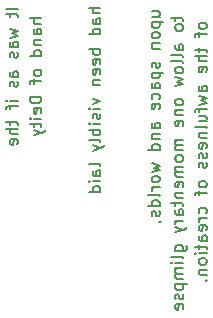
<source format=gbr>
%TF.GenerationSoftware,KiCad,Pcbnew,(5.1.6)-1*%
%TF.CreationDate,2020-09-13T20:14:07-05:00*%
%TF.ProjectId,CircuitBoard,43697263-7569-4744-926f-6172642e6b69,rev?*%
%TF.SameCoordinates,Original*%
%TF.FileFunction,Legend,Bot*%
%TF.FilePolarity,Positive*%
%FSLAX46Y46*%
G04 Gerber Fmt 4.6, Leading zero omitted, Abs format (unit mm)*
G04 Created by KiCad (PCBNEW (5.1.6)-1) date 2020-09-13 20:14:07*
%MOMM*%
%LPD*%
G01*
G04 APERTURE LIST*
%ADD10C,0.150000*%
G04 APERTURE END LIST*
D10*
X218452380Y-91261904D02*
X218404761Y-91166666D01*
X218357142Y-91119047D01*
X218261904Y-91071428D01*
X217976190Y-91071428D01*
X217880952Y-91119047D01*
X217833333Y-91166666D01*
X217785714Y-91261904D01*
X217785714Y-91404761D01*
X217833333Y-91500000D01*
X217880952Y-91547619D01*
X217976190Y-91595238D01*
X218261904Y-91595238D01*
X218357142Y-91547619D01*
X218404761Y-91500000D01*
X218452380Y-91404761D01*
X218452380Y-91261904D01*
X217785714Y-91880952D02*
X217785714Y-92261904D01*
X218452380Y-92023809D02*
X217595238Y-92023809D01*
X217500000Y-92071428D01*
X217452380Y-92166666D01*
X217452380Y-92261904D01*
X217785714Y-93214285D02*
X217785714Y-93595238D01*
X217452380Y-93357142D02*
X218309523Y-93357142D01*
X218404761Y-93404761D01*
X218452380Y-93500000D01*
X218452380Y-93595238D01*
X218452380Y-93928571D02*
X217452380Y-93928571D01*
X218452380Y-94357142D02*
X217928571Y-94357142D01*
X217833333Y-94309523D01*
X217785714Y-94214285D01*
X217785714Y-94071428D01*
X217833333Y-93976190D01*
X217880952Y-93928571D01*
X218404761Y-95214285D02*
X218452380Y-95119047D01*
X218452380Y-94928571D01*
X218404761Y-94833333D01*
X218309523Y-94785714D01*
X217928571Y-94785714D01*
X217833333Y-94833333D01*
X217785714Y-94928571D01*
X217785714Y-95119047D01*
X217833333Y-95214285D01*
X217928571Y-95261904D01*
X218023809Y-95261904D01*
X218119047Y-94785714D01*
X218452380Y-96880952D02*
X217928571Y-96880952D01*
X217833333Y-96833333D01*
X217785714Y-96738095D01*
X217785714Y-96547619D01*
X217833333Y-96452380D01*
X218404761Y-96880952D02*
X218452380Y-96785714D01*
X218452380Y-96547619D01*
X218404761Y-96452380D01*
X218309523Y-96404761D01*
X218214285Y-96404761D01*
X218119047Y-96452380D01*
X218071428Y-96547619D01*
X218071428Y-96785714D01*
X218023809Y-96880952D01*
X217785714Y-97261904D02*
X218452380Y-97452380D01*
X217976190Y-97642857D01*
X218452380Y-97833333D01*
X217785714Y-98023809D01*
X217785714Y-98261904D02*
X217785714Y-98642857D01*
X218452380Y-98404761D02*
X217595238Y-98404761D01*
X217500000Y-98452380D01*
X217452380Y-98547619D01*
X217452380Y-98642857D01*
X217785714Y-99404761D02*
X218452380Y-99404761D01*
X217785714Y-98976190D02*
X218309523Y-98976190D01*
X218404761Y-99023809D01*
X218452380Y-99119047D01*
X218452380Y-99261904D01*
X218404761Y-99357142D01*
X218357142Y-99404761D01*
X218452380Y-100023809D02*
X218404761Y-99928571D01*
X218309523Y-99880952D01*
X217452380Y-99880952D01*
X217785714Y-100404761D02*
X218452380Y-100404761D01*
X217880952Y-100404761D02*
X217833333Y-100452380D01*
X217785714Y-100547619D01*
X217785714Y-100690476D01*
X217833333Y-100785714D01*
X217928571Y-100833333D01*
X218452380Y-100833333D01*
X218404761Y-101690476D02*
X218452380Y-101595238D01*
X218452380Y-101404761D01*
X218404761Y-101309523D01*
X218309523Y-101261904D01*
X217928571Y-101261904D01*
X217833333Y-101309523D01*
X217785714Y-101404761D01*
X217785714Y-101595238D01*
X217833333Y-101690476D01*
X217928571Y-101738095D01*
X218023809Y-101738095D01*
X218119047Y-101261904D01*
X218404761Y-102119047D02*
X218452380Y-102214285D01*
X218452380Y-102404761D01*
X218404761Y-102499999D01*
X218309523Y-102547619D01*
X218261904Y-102547619D01*
X218166666Y-102499999D01*
X218119047Y-102404761D01*
X218119047Y-102261904D01*
X218071428Y-102166666D01*
X217976190Y-102119047D01*
X217928571Y-102119047D01*
X217833333Y-102166666D01*
X217785714Y-102261904D01*
X217785714Y-102404761D01*
X217833333Y-102499999D01*
X218404761Y-102928571D02*
X218452380Y-103023809D01*
X218452380Y-103214285D01*
X218404761Y-103309523D01*
X218309523Y-103357142D01*
X218261904Y-103357142D01*
X218166666Y-103309523D01*
X218119047Y-103214285D01*
X218119047Y-103071428D01*
X218071428Y-102976190D01*
X217976190Y-102928571D01*
X217928571Y-102928571D01*
X217833333Y-102976190D01*
X217785714Y-103071428D01*
X217785714Y-103214285D01*
X217833333Y-103309523D01*
X218452380Y-104690476D02*
X218404761Y-104595238D01*
X218357142Y-104547619D01*
X218261904Y-104499999D01*
X217976190Y-104499999D01*
X217880952Y-104547619D01*
X217833333Y-104595238D01*
X217785714Y-104690476D01*
X217785714Y-104833333D01*
X217833333Y-104928571D01*
X217880952Y-104976190D01*
X217976190Y-105023809D01*
X218261904Y-105023809D01*
X218357142Y-104976190D01*
X218404761Y-104928571D01*
X218452380Y-104833333D01*
X218452380Y-104690476D01*
X217785714Y-105309523D02*
X217785714Y-105690476D01*
X218452380Y-105452380D02*
X217595238Y-105452380D01*
X217500000Y-105499999D01*
X217452380Y-105595238D01*
X217452380Y-105690476D01*
X218404761Y-107214285D02*
X218452380Y-107119047D01*
X218452380Y-106928571D01*
X218404761Y-106833333D01*
X218357142Y-106785714D01*
X218261904Y-106738095D01*
X217976190Y-106738095D01*
X217880952Y-106785714D01*
X217833333Y-106833333D01*
X217785714Y-106928571D01*
X217785714Y-107119047D01*
X217833333Y-107214285D01*
X218452380Y-107642857D02*
X217785714Y-107642857D01*
X217976190Y-107642857D02*
X217880952Y-107690476D01*
X217833333Y-107738095D01*
X217785714Y-107833333D01*
X217785714Y-107928571D01*
X218404761Y-108642857D02*
X218452380Y-108547619D01*
X218452380Y-108357142D01*
X218404761Y-108261904D01*
X218309523Y-108214285D01*
X217928571Y-108214285D01*
X217833333Y-108261904D01*
X217785714Y-108357142D01*
X217785714Y-108547619D01*
X217833333Y-108642857D01*
X217928571Y-108690476D01*
X218023809Y-108690476D01*
X218119047Y-108214285D01*
X218452380Y-109547619D02*
X217928571Y-109547619D01*
X217833333Y-109499999D01*
X217785714Y-109404761D01*
X217785714Y-109214285D01*
X217833333Y-109119047D01*
X218404761Y-109547619D02*
X218452380Y-109452380D01*
X218452380Y-109214285D01*
X218404761Y-109119047D01*
X218309523Y-109071428D01*
X218214285Y-109071428D01*
X218119047Y-109119047D01*
X218071428Y-109214285D01*
X218071428Y-109452380D01*
X218023809Y-109547619D01*
X217785714Y-109880952D02*
X217785714Y-110261904D01*
X217452380Y-110023809D02*
X218309523Y-110023809D01*
X218404761Y-110071428D01*
X218452380Y-110166666D01*
X218452380Y-110261904D01*
X218452380Y-110595238D02*
X217785714Y-110595238D01*
X217452380Y-110595238D02*
X217500000Y-110547619D01*
X217547619Y-110595238D01*
X217500000Y-110642857D01*
X217452380Y-110595238D01*
X217547619Y-110595238D01*
X218452380Y-111214285D02*
X218404761Y-111119047D01*
X218357142Y-111071428D01*
X218261904Y-111023809D01*
X217976190Y-111023809D01*
X217880952Y-111071428D01*
X217833333Y-111119047D01*
X217785714Y-111214285D01*
X217785714Y-111357142D01*
X217833333Y-111452380D01*
X217880952Y-111499999D01*
X217976190Y-111547619D01*
X218261904Y-111547619D01*
X218357142Y-111499999D01*
X218404761Y-111452380D01*
X218452380Y-111357142D01*
X218452380Y-111214285D01*
X217785714Y-111976190D02*
X218452380Y-111976190D01*
X217880952Y-111976190D02*
X217833333Y-112023809D01*
X217785714Y-112119047D01*
X217785714Y-112261904D01*
X217833333Y-112357142D01*
X217928571Y-112404761D01*
X218452380Y-112404761D01*
X218357142Y-112880952D02*
X218404761Y-112928571D01*
X218452380Y-112880952D01*
X218404761Y-112833333D01*
X218357142Y-112880952D01*
X218452380Y-112880952D01*
X215785714Y-90547619D02*
X215785714Y-90928571D01*
X215452380Y-90690476D02*
X216309523Y-90690476D01*
X216404761Y-90738095D01*
X216452380Y-90833333D01*
X216452380Y-90928571D01*
X216452380Y-91404761D02*
X216404761Y-91309523D01*
X216357142Y-91261904D01*
X216261904Y-91214285D01*
X215976190Y-91214285D01*
X215880952Y-91261904D01*
X215833333Y-91309523D01*
X215785714Y-91404761D01*
X215785714Y-91547619D01*
X215833333Y-91642857D01*
X215880952Y-91690476D01*
X215976190Y-91738095D01*
X216261904Y-91738095D01*
X216357142Y-91690476D01*
X216404761Y-91642857D01*
X216452380Y-91547619D01*
X216452380Y-91404761D01*
X216452380Y-93357142D02*
X215928571Y-93357142D01*
X215833333Y-93309523D01*
X215785714Y-93214285D01*
X215785714Y-93023809D01*
X215833333Y-92928571D01*
X216404761Y-93357142D02*
X216452380Y-93261904D01*
X216452380Y-93023809D01*
X216404761Y-92928571D01*
X216309523Y-92880952D01*
X216214285Y-92880952D01*
X216119047Y-92928571D01*
X216071428Y-93023809D01*
X216071428Y-93261904D01*
X216023809Y-93357142D01*
X216452380Y-93976190D02*
X216404761Y-93880952D01*
X216309523Y-93833333D01*
X215452380Y-93833333D01*
X216452380Y-94500000D02*
X216404761Y-94404761D01*
X216309523Y-94357142D01*
X215452380Y-94357142D01*
X216452380Y-95023809D02*
X216404761Y-94928571D01*
X216357142Y-94880952D01*
X216261904Y-94833333D01*
X215976190Y-94833333D01*
X215880952Y-94880952D01*
X215833333Y-94928571D01*
X215785714Y-95023809D01*
X215785714Y-95166666D01*
X215833333Y-95261904D01*
X215880952Y-95309523D01*
X215976190Y-95357142D01*
X216261904Y-95357142D01*
X216357142Y-95309523D01*
X216404761Y-95261904D01*
X216452380Y-95166666D01*
X216452380Y-95023809D01*
X215785714Y-95690476D02*
X216452380Y-95880952D01*
X215976190Y-96071428D01*
X216452380Y-96261904D01*
X215785714Y-96452380D01*
X216452380Y-97738095D02*
X216404761Y-97642857D01*
X216357142Y-97595238D01*
X216261904Y-97547619D01*
X215976190Y-97547619D01*
X215880952Y-97595238D01*
X215833333Y-97642857D01*
X215785714Y-97738095D01*
X215785714Y-97880952D01*
X215833333Y-97976190D01*
X215880952Y-98023809D01*
X215976190Y-98071428D01*
X216261904Y-98071428D01*
X216357142Y-98023809D01*
X216404761Y-97976190D01*
X216452380Y-97880952D01*
X216452380Y-97738095D01*
X215785714Y-98499999D02*
X216452380Y-98499999D01*
X215880952Y-98499999D02*
X215833333Y-98547619D01*
X215785714Y-98642857D01*
X215785714Y-98785714D01*
X215833333Y-98880952D01*
X215928571Y-98928571D01*
X216452380Y-98928571D01*
X216404761Y-99785714D02*
X216452380Y-99690476D01*
X216452380Y-99499999D01*
X216404761Y-99404761D01*
X216309523Y-99357142D01*
X215928571Y-99357142D01*
X215833333Y-99404761D01*
X215785714Y-99499999D01*
X215785714Y-99690476D01*
X215833333Y-99785714D01*
X215928571Y-99833333D01*
X216023809Y-99833333D01*
X216119047Y-99357142D01*
X216452380Y-101023809D02*
X215785714Y-101023809D01*
X215880952Y-101023809D02*
X215833333Y-101071428D01*
X215785714Y-101166666D01*
X215785714Y-101309523D01*
X215833333Y-101404761D01*
X215928571Y-101452380D01*
X216452380Y-101452380D01*
X215928571Y-101452380D02*
X215833333Y-101499999D01*
X215785714Y-101595238D01*
X215785714Y-101738095D01*
X215833333Y-101833333D01*
X215928571Y-101880952D01*
X216452380Y-101880952D01*
X216452380Y-102499999D02*
X216404761Y-102404761D01*
X216357142Y-102357142D01*
X216261904Y-102309523D01*
X215976190Y-102309523D01*
X215880952Y-102357142D01*
X215833333Y-102404761D01*
X215785714Y-102499999D01*
X215785714Y-102642857D01*
X215833333Y-102738095D01*
X215880952Y-102785714D01*
X215976190Y-102833333D01*
X216261904Y-102833333D01*
X216357142Y-102785714D01*
X216404761Y-102738095D01*
X216452380Y-102642857D01*
X216452380Y-102499999D01*
X216452380Y-103261904D02*
X215785714Y-103261904D01*
X215880952Y-103261904D02*
X215833333Y-103309523D01*
X215785714Y-103404761D01*
X215785714Y-103547619D01*
X215833333Y-103642857D01*
X215928571Y-103690476D01*
X216452380Y-103690476D01*
X215928571Y-103690476D02*
X215833333Y-103738095D01*
X215785714Y-103833333D01*
X215785714Y-103976190D01*
X215833333Y-104071428D01*
X215928571Y-104119047D01*
X216452380Y-104119047D01*
X216404761Y-104976190D02*
X216452380Y-104880952D01*
X216452380Y-104690476D01*
X216404761Y-104595238D01*
X216309523Y-104547619D01*
X215928571Y-104547619D01*
X215833333Y-104595238D01*
X215785714Y-104690476D01*
X215785714Y-104880952D01*
X215833333Y-104976190D01*
X215928571Y-105023809D01*
X216023809Y-105023809D01*
X216119047Y-104547619D01*
X215785714Y-105452380D02*
X216452380Y-105452380D01*
X215880952Y-105452380D02*
X215833333Y-105499999D01*
X215785714Y-105595238D01*
X215785714Y-105738095D01*
X215833333Y-105833333D01*
X215928571Y-105880952D01*
X216452380Y-105880952D01*
X215785714Y-106214285D02*
X215785714Y-106595238D01*
X215452380Y-106357142D02*
X216309523Y-106357142D01*
X216404761Y-106404761D01*
X216452380Y-106499999D01*
X216452380Y-106595238D01*
X216452380Y-107357142D02*
X215928571Y-107357142D01*
X215833333Y-107309523D01*
X215785714Y-107214285D01*
X215785714Y-107023809D01*
X215833333Y-106928571D01*
X216404761Y-107357142D02*
X216452380Y-107261904D01*
X216452380Y-107023809D01*
X216404761Y-106928571D01*
X216309523Y-106880952D01*
X216214285Y-106880952D01*
X216119047Y-106928571D01*
X216071428Y-107023809D01*
X216071428Y-107261904D01*
X216023809Y-107357142D01*
X216452380Y-107833333D02*
X215785714Y-107833333D01*
X215976190Y-107833333D02*
X215880952Y-107880952D01*
X215833333Y-107928571D01*
X215785714Y-108023809D01*
X215785714Y-108119047D01*
X215785714Y-108357142D02*
X216452380Y-108595238D01*
X215785714Y-108833333D02*
X216452380Y-108595238D01*
X216690476Y-108499999D01*
X216738095Y-108452380D01*
X216785714Y-108357142D01*
X215785714Y-110404761D02*
X216595238Y-110404761D01*
X216690476Y-110357142D01*
X216738095Y-110309523D01*
X216785714Y-110214285D01*
X216785714Y-110071428D01*
X216738095Y-109976190D01*
X216404761Y-110404761D02*
X216452380Y-110309523D01*
X216452380Y-110119047D01*
X216404761Y-110023809D01*
X216357142Y-109976190D01*
X216261904Y-109928571D01*
X215976190Y-109928571D01*
X215880952Y-109976190D01*
X215833333Y-110023809D01*
X215785714Y-110119047D01*
X215785714Y-110309523D01*
X215833333Y-110404761D01*
X216452380Y-111023809D02*
X216404761Y-110928571D01*
X216309523Y-110880952D01*
X215452380Y-110880952D01*
X216452380Y-111404761D02*
X215785714Y-111404761D01*
X215452380Y-111404761D02*
X215500000Y-111357142D01*
X215547619Y-111404761D01*
X215500000Y-111452380D01*
X215452380Y-111404761D01*
X215547619Y-111404761D01*
X216452380Y-111880952D02*
X215785714Y-111880952D01*
X215880952Y-111880952D02*
X215833333Y-111928571D01*
X215785714Y-112023809D01*
X215785714Y-112166666D01*
X215833333Y-112261904D01*
X215928571Y-112309523D01*
X216452380Y-112309523D01*
X215928571Y-112309523D02*
X215833333Y-112357142D01*
X215785714Y-112452380D01*
X215785714Y-112595238D01*
X215833333Y-112690476D01*
X215928571Y-112738095D01*
X216452380Y-112738095D01*
X215785714Y-113214285D02*
X216785714Y-113214285D01*
X215833333Y-113214285D02*
X215785714Y-113309523D01*
X215785714Y-113499999D01*
X215833333Y-113595238D01*
X215880952Y-113642857D01*
X215976190Y-113690476D01*
X216261904Y-113690476D01*
X216357142Y-113642857D01*
X216404761Y-113595238D01*
X216452380Y-113499999D01*
X216452380Y-113309523D01*
X216404761Y-113214285D01*
X216404761Y-114071428D02*
X216452380Y-114166666D01*
X216452380Y-114357142D01*
X216404761Y-114452380D01*
X216309523Y-114499999D01*
X216261904Y-114499999D01*
X216166666Y-114452380D01*
X216119047Y-114357142D01*
X216119047Y-114214285D01*
X216071428Y-114119047D01*
X215976190Y-114071428D01*
X215928571Y-114071428D01*
X215833333Y-114119047D01*
X215785714Y-114214285D01*
X215785714Y-114357142D01*
X215833333Y-114452380D01*
X216404761Y-115309523D02*
X216452380Y-115214285D01*
X216452380Y-115023809D01*
X216404761Y-114928571D01*
X216309523Y-114880952D01*
X215928571Y-114880952D01*
X215833333Y-114928571D01*
X215785714Y-115023809D01*
X215785714Y-115214285D01*
X215833333Y-115309523D01*
X215928571Y-115357142D01*
X216023809Y-115357142D01*
X216119047Y-114880952D01*
X213785714Y-90547619D02*
X214452380Y-90547619D01*
X213785714Y-90119047D02*
X214309523Y-90119047D01*
X214404761Y-90166666D01*
X214452380Y-90261904D01*
X214452380Y-90404761D01*
X214404761Y-90500000D01*
X214357142Y-90547619D01*
X213785714Y-91023809D02*
X214785714Y-91023809D01*
X213833333Y-91023809D02*
X213785714Y-91119047D01*
X213785714Y-91309523D01*
X213833333Y-91404761D01*
X213880952Y-91452380D01*
X213976190Y-91500000D01*
X214261904Y-91500000D01*
X214357142Y-91452380D01*
X214404761Y-91404761D01*
X214452380Y-91309523D01*
X214452380Y-91119047D01*
X214404761Y-91023809D01*
X214452380Y-92071428D02*
X214404761Y-91976190D01*
X214357142Y-91928571D01*
X214261904Y-91880952D01*
X213976190Y-91880952D01*
X213880952Y-91928571D01*
X213833333Y-91976190D01*
X213785714Y-92071428D01*
X213785714Y-92214285D01*
X213833333Y-92309523D01*
X213880952Y-92357142D01*
X213976190Y-92404761D01*
X214261904Y-92404761D01*
X214357142Y-92357142D01*
X214404761Y-92309523D01*
X214452380Y-92214285D01*
X214452380Y-92071428D01*
X213785714Y-92833333D02*
X214452380Y-92833333D01*
X213880952Y-92833333D02*
X213833333Y-92880952D01*
X213785714Y-92976190D01*
X213785714Y-93119047D01*
X213833333Y-93214285D01*
X213928571Y-93261904D01*
X214452380Y-93261904D01*
X214404761Y-94452380D02*
X214452380Y-94547619D01*
X214452380Y-94738095D01*
X214404761Y-94833333D01*
X214309523Y-94880952D01*
X214261904Y-94880952D01*
X214166666Y-94833333D01*
X214119047Y-94738095D01*
X214119047Y-94595238D01*
X214071428Y-94500000D01*
X213976190Y-94452380D01*
X213928571Y-94452380D01*
X213833333Y-94500000D01*
X213785714Y-94595238D01*
X213785714Y-94738095D01*
X213833333Y-94833333D01*
X213785714Y-95309523D02*
X214785714Y-95309523D01*
X213833333Y-95309523D02*
X213785714Y-95404761D01*
X213785714Y-95595238D01*
X213833333Y-95690476D01*
X213880952Y-95738095D01*
X213976190Y-95785714D01*
X214261904Y-95785714D01*
X214357142Y-95738095D01*
X214404761Y-95690476D01*
X214452380Y-95595238D01*
X214452380Y-95404761D01*
X214404761Y-95309523D01*
X214452380Y-96642857D02*
X213928571Y-96642857D01*
X213833333Y-96595238D01*
X213785714Y-96500000D01*
X213785714Y-96309523D01*
X213833333Y-96214285D01*
X214404761Y-96642857D02*
X214452380Y-96547619D01*
X214452380Y-96309523D01*
X214404761Y-96214285D01*
X214309523Y-96166666D01*
X214214285Y-96166666D01*
X214119047Y-96214285D01*
X214071428Y-96309523D01*
X214071428Y-96547619D01*
X214023809Y-96642857D01*
X214404761Y-97547619D02*
X214452380Y-97452380D01*
X214452380Y-97261904D01*
X214404761Y-97166666D01*
X214357142Y-97119047D01*
X214261904Y-97071428D01*
X213976190Y-97071428D01*
X213880952Y-97119047D01*
X213833333Y-97166666D01*
X213785714Y-97261904D01*
X213785714Y-97452380D01*
X213833333Y-97547619D01*
X214404761Y-98357142D02*
X214452380Y-98261904D01*
X214452380Y-98071428D01*
X214404761Y-97976190D01*
X214309523Y-97928571D01*
X213928571Y-97928571D01*
X213833333Y-97976190D01*
X213785714Y-98071428D01*
X213785714Y-98261904D01*
X213833333Y-98357142D01*
X213928571Y-98404761D01*
X214023809Y-98404761D01*
X214119047Y-97928571D01*
X214452380Y-100023809D02*
X213928571Y-100023809D01*
X213833333Y-99976190D01*
X213785714Y-99880952D01*
X213785714Y-99690476D01*
X213833333Y-99595238D01*
X214404761Y-100023809D02*
X214452380Y-99928571D01*
X214452380Y-99690476D01*
X214404761Y-99595238D01*
X214309523Y-99547619D01*
X214214285Y-99547619D01*
X214119047Y-99595238D01*
X214071428Y-99690476D01*
X214071428Y-99928571D01*
X214023809Y-100023809D01*
X213785714Y-100500000D02*
X214452380Y-100500000D01*
X213880952Y-100500000D02*
X213833333Y-100547619D01*
X213785714Y-100642857D01*
X213785714Y-100785714D01*
X213833333Y-100880952D01*
X213928571Y-100928571D01*
X214452380Y-100928571D01*
X214452380Y-101833333D02*
X213452380Y-101833333D01*
X214404761Y-101833333D02*
X214452380Y-101738095D01*
X214452380Y-101547619D01*
X214404761Y-101452380D01*
X214357142Y-101404761D01*
X214261904Y-101357142D01*
X213976190Y-101357142D01*
X213880952Y-101404761D01*
X213833333Y-101452380D01*
X213785714Y-101547619D01*
X213785714Y-101738095D01*
X213833333Y-101833333D01*
X213785714Y-102976190D02*
X214452380Y-103166666D01*
X213976190Y-103357142D01*
X214452380Y-103547619D01*
X213785714Y-103738095D01*
X214452380Y-104261904D02*
X214404761Y-104166666D01*
X214357142Y-104119047D01*
X214261904Y-104071428D01*
X213976190Y-104071428D01*
X213880952Y-104119047D01*
X213833333Y-104166666D01*
X213785714Y-104261904D01*
X213785714Y-104404761D01*
X213833333Y-104500000D01*
X213880952Y-104547619D01*
X213976190Y-104595238D01*
X214261904Y-104595238D01*
X214357142Y-104547619D01*
X214404761Y-104500000D01*
X214452380Y-104404761D01*
X214452380Y-104261904D01*
X214452380Y-105023809D02*
X213785714Y-105023809D01*
X213976190Y-105023809D02*
X213880952Y-105071428D01*
X213833333Y-105119047D01*
X213785714Y-105214285D01*
X213785714Y-105309523D01*
X214452380Y-105785714D02*
X214404761Y-105690476D01*
X214309523Y-105642857D01*
X213452380Y-105642857D01*
X214452380Y-106595238D02*
X213452380Y-106595238D01*
X214404761Y-106595238D02*
X214452380Y-106500000D01*
X214452380Y-106309523D01*
X214404761Y-106214285D01*
X214357142Y-106166666D01*
X214261904Y-106119047D01*
X213976190Y-106119047D01*
X213880952Y-106166666D01*
X213833333Y-106214285D01*
X213785714Y-106309523D01*
X213785714Y-106500000D01*
X213833333Y-106595238D01*
X214404761Y-107023809D02*
X214452380Y-107119047D01*
X214452380Y-107309523D01*
X214404761Y-107404761D01*
X214309523Y-107452380D01*
X214261904Y-107452380D01*
X214166666Y-107404761D01*
X214119047Y-107309523D01*
X214119047Y-107166666D01*
X214071428Y-107071428D01*
X213976190Y-107023809D01*
X213928571Y-107023809D01*
X213833333Y-107071428D01*
X213785714Y-107166666D01*
X213785714Y-107309523D01*
X213833333Y-107404761D01*
X214404761Y-107928571D02*
X214452380Y-107928571D01*
X214547619Y-107880952D01*
X214595238Y-107833333D01*
X209452380Y-89833333D02*
X208452380Y-89833333D01*
X209452380Y-90261904D02*
X208928571Y-90261904D01*
X208833333Y-90214285D01*
X208785714Y-90119047D01*
X208785714Y-89976190D01*
X208833333Y-89880952D01*
X208880952Y-89833333D01*
X209452380Y-91166666D02*
X208928571Y-91166666D01*
X208833333Y-91119047D01*
X208785714Y-91023809D01*
X208785714Y-90833333D01*
X208833333Y-90738095D01*
X209404761Y-91166666D02*
X209452380Y-91071428D01*
X209452380Y-90833333D01*
X209404761Y-90738095D01*
X209309523Y-90690476D01*
X209214285Y-90690476D01*
X209119047Y-90738095D01*
X209071428Y-90833333D01*
X209071428Y-91071428D01*
X209023809Y-91166666D01*
X209452380Y-92071428D02*
X208452380Y-92071428D01*
X209404761Y-92071428D02*
X209452380Y-91976190D01*
X209452380Y-91785714D01*
X209404761Y-91690476D01*
X209357142Y-91642857D01*
X209261904Y-91595238D01*
X208976190Y-91595238D01*
X208880952Y-91642857D01*
X208833333Y-91690476D01*
X208785714Y-91785714D01*
X208785714Y-91976190D01*
X208833333Y-92071428D01*
X209452380Y-93309523D02*
X208452380Y-93309523D01*
X208833333Y-93309523D02*
X208785714Y-93404761D01*
X208785714Y-93595238D01*
X208833333Y-93690476D01*
X208880952Y-93738095D01*
X208976190Y-93785714D01*
X209261904Y-93785714D01*
X209357142Y-93738095D01*
X209404761Y-93690476D01*
X209452380Y-93595238D01*
X209452380Y-93404761D01*
X209404761Y-93309523D01*
X209404761Y-94595238D02*
X209452380Y-94500000D01*
X209452380Y-94309523D01*
X209404761Y-94214285D01*
X209309523Y-94166666D01*
X208928571Y-94166666D01*
X208833333Y-94214285D01*
X208785714Y-94309523D01*
X208785714Y-94500000D01*
X208833333Y-94595238D01*
X208928571Y-94642857D01*
X209023809Y-94642857D01*
X209119047Y-94166666D01*
X209404761Y-95452380D02*
X209452380Y-95357142D01*
X209452380Y-95166666D01*
X209404761Y-95071428D01*
X209309523Y-95023809D01*
X208928571Y-95023809D01*
X208833333Y-95071428D01*
X208785714Y-95166666D01*
X208785714Y-95357142D01*
X208833333Y-95452380D01*
X208928571Y-95500000D01*
X209023809Y-95500000D01*
X209119047Y-95023809D01*
X208785714Y-95928571D02*
X209452380Y-95928571D01*
X208880952Y-95928571D02*
X208833333Y-95976190D01*
X208785714Y-96071428D01*
X208785714Y-96214285D01*
X208833333Y-96309523D01*
X208928571Y-96357142D01*
X209452380Y-96357142D01*
X208785714Y-97500000D02*
X209452380Y-97738095D01*
X208785714Y-97976190D01*
X209452380Y-98357142D02*
X208785714Y-98357142D01*
X208452380Y-98357142D02*
X208500000Y-98309523D01*
X208547619Y-98357142D01*
X208500000Y-98404761D01*
X208452380Y-98357142D01*
X208547619Y-98357142D01*
X209404761Y-98785714D02*
X209452380Y-98880952D01*
X209452380Y-99071428D01*
X209404761Y-99166666D01*
X209309523Y-99214285D01*
X209261904Y-99214285D01*
X209166666Y-99166666D01*
X209119047Y-99071428D01*
X209119047Y-98928571D01*
X209071428Y-98833333D01*
X208976190Y-98785714D01*
X208928571Y-98785714D01*
X208833333Y-98833333D01*
X208785714Y-98928571D01*
X208785714Y-99071428D01*
X208833333Y-99166666D01*
X209452380Y-99642857D02*
X208785714Y-99642857D01*
X208452380Y-99642857D02*
X208500000Y-99595238D01*
X208547619Y-99642857D01*
X208500000Y-99690476D01*
X208452380Y-99642857D01*
X208547619Y-99642857D01*
X209452380Y-100119047D02*
X208452380Y-100119047D01*
X208833333Y-100119047D02*
X208785714Y-100214285D01*
X208785714Y-100404761D01*
X208833333Y-100500000D01*
X208880952Y-100547619D01*
X208976190Y-100595238D01*
X209261904Y-100595238D01*
X209357142Y-100547619D01*
X209404761Y-100500000D01*
X209452380Y-100404761D01*
X209452380Y-100214285D01*
X209404761Y-100119047D01*
X209452380Y-101166666D02*
X209404761Y-101071428D01*
X209309523Y-101023809D01*
X208452380Y-101023809D01*
X208785714Y-101452380D02*
X209452380Y-101690476D01*
X208785714Y-101928571D02*
X209452380Y-101690476D01*
X209690476Y-101595238D01*
X209738095Y-101547619D01*
X209785714Y-101452380D01*
X209452380Y-103214285D02*
X209404761Y-103119047D01*
X209309523Y-103071428D01*
X208452380Y-103071428D01*
X209452380Y-104023809D02*
X208928571Y-104023809D01*
X208833333Y-103976190D01*
X208785714Y-103880952D01*
X208785714Y-103690476D01*
X208833333Y-103595238D01*
X209404761Y-104023809D02*
X209452380Y-103928571D01*
X209452380Y-103690476D01*
X209404761Y-103595238D01*
X209309523Y-103547619D01*
X209214285Y-103547619D01*
X209119047Y-103595238D01*
X209071428Y-103690476D01*
X209071428Y-103928571D01*
X209023809Y-104023809D01*
X209452380Y-104500000D02*
X208785714Y-104500000D01*
X208452380Y-104500000D02*
X208500000Y-104452380D01*
X208547619Y-104500000D01*
X208500000Y-104547619D01*
X208452380Y-104500000D01*
X208547619Y-104500000D01*
X209452380Y-105404761D02*
X208452380Y-105404761D01*
X209404761Y-105404761D02*
X209452380Y-105309523D01*
X209452380Y-105119047D01*
X209404761Y-105023809D01*
X209357142Y-104976190D01*
X209261904Y-104928571D01*
X208976190Y-104928571D01*
X208880952Y-104976190D01*
X208833333Y-105023809D01*
X208785714Y-105119047D01*
X208785714Y-105309523D01*
X208833333Y-105404761D01*
X204452380Y-90714285D02*
X203452380Y-90714285D01*
X204452380Y-91142857D02*
X203928571Y-91142857D01*
X203833333Y-91095238D01*
X203785714Y-91000000D01*
X203785714Y-90857142D01*
X203833333Y-90761904D01*
X203880952Y-90714285D01*
X204452380Y-92047619D02*
X203928571Y-92047619D01*
X203833333Y-92000000D01*
X203785714Y-91904761D01*
X203785714Y-91714285D01*
X203833333Y-91619047D01*
X204404761Y-92047619D02*
X204452380Y-91952380D01*
X204452380Y-91714285D01*
X204404761Y-91619047D01*
X204309523Y-91571428D01*
X204214285Y-91571428D01*
X204119047Y-91619047D01*
X204071428Y-91714285D01*
X204071428Y-91952380D01*
X204023809Y-92047619D01*
X203785714Y-92523809D02*
X204452380Y-92523809D01*
X203880952Y-92523809D02*
X203833333Y-92571428D01*
X203785714Y-92666666D01*
X203785714Y-92809523D01*
X203833333Y-92904761D01*
X203928571Y-92952380D01*
X204452380Y-92952380D01*
X204452380Y-93857142D02*
X203452380Y-93857142D01*
X204404761Y-93857142D02*
X204452380Y-93761904D01*
X204452380Y-93571428D01*
X204404761Y-93476190D01*
X204357142Y-93428571D01*
X204261904Y-93380952D01*
X203976190Y-93380952D01*
X203880952Y-93428571D01*
X203833333Y-93476190D01*
X203785714Y-93571428D01*
X203785714Y-93761904D01*
X203833333Y-93857142D01*
X204452380Y-95238095D02*
X204404761Y-95142857D01*
X204357142Y-95095238D01*
X204261904Y-95047619D01*
X203976190Y-95047619D01*
X203880952Y-95095238D01*
X203833333Y-95142857D01*
X203785714Y-95238095D01*
X203785714Y-95380952D01*
X203833333Y-95476190D01*
X203880952Y-95523809D01*
X203976190Y-95571428D01*
X204261904Y-95571428D01*
X204357142Y-95523809D01*
X204404761Y-95476190D01*
X204452380Y-95380952D01*
X204452380Y-95238095D01*
X203785714Y-95857142D02*
X203785714Y-96238095D01*
X204452380Y-96000000D02*
X203595238Y-96000000D01*
X203500000Y-96047619D01*
X203452380Y-96142857D01*
X203452380Y-96238095D01*
X204452380Y-97333333D02*
X203452380Y-97333333D01*
X203452380Y-97571428D01*
X203500000Y-97714285D01*
X203595238Y-97809523D01*
X203690476Y-97857142D01*
X203880952Y-97904761D01*
X204023809Y-97904761D01*
X204214285Y-97857142D01*
X204309523Y-97809523D01*
X204404761Y-97714285D01*
X204452380Y-97571428D01*
X204452380Y-97333333D01*
X204404761Y-98714285D02*
X204452380Y-98619047D01*
X204452380Y-98428571D01*
X204404761Y-98333333D01*
X204309523Y-98285714D01*
X203928571Y-98285714D01*
X203833333Y-98333333D01*
X203785714Y-98428571D01*
X203785714Y-98619047D01*
X203833333Y-98714285D01*
X203928571Y-98761904D01*
X204023809Y-98761904D01*
X204119047Y-98285714D01*
X204452380Y-99190476D02*
X203785714Y-99190476D01*
X203452380Y-99190476D02*
X203500000Y-99142857D01*
X203547619Y-99190476D01*
X203500000Y-99238095D01*
X203452380Y-99190476D01*
X203547619Y-99190476D01*
X203785714Y-99523809D02*
X203785714Y-99904761D01*
X203452380Y-99666666D02*
X204309523Y-99666666D01*
X204404761Y-99714285D01*
X204452380Y-99809523D01*
X204452380Y-99904761D01*
X203785714Y-100142857D02*
X204452380Y-100380952D01*
X203785714Y-100619047D02*
X204452380Y-100380952D01*
X204690476Y-100285714D01*
X204738095Y-100238095D01*
X204785714Y-100142857D01*
X202452380Y-89880952D02*
X201452380Y-89880952D01*
X201785714Y-90214285D02*
X201785714Y-90595238D01*
X201452380Y-90357142D02*
X202309523Y-90357142D01*
X202404761Y-90404761D01*
X202452380Y-90500000D01*
X202452380Y-90595238D01*
X201785714Y-91595238D02*
X202452380Y-91785714D01*
X201976190Y-91976190D01*
X202452380Y-92166666D01*
X201785714Y-92357142D01*
X202452380Y-93166666D02*
X201928571Y-93166666D01*
X201833333Y-93119047D01*
X201785714Y-93023809D01*
X201785714Y-92833333D01*
X201833333Y-92738095D01*
X202404761Y-93166666D02*
X202452380Y-93071428D01*
X202452380Y-92833333D01*
X202404761Y-92738095D01*
X202309523Y-92690476D01*
X202214285Y-92690476D01*
X202119047Y-92738095D01*
X202071428Y-92833333D01*
X202071428Y-93071428D01*
X202023809Y-93166666D01*
X202404761Y-93595238D02*
X202452380Y-93690476D01*
X202452380Y-93880952D01*
X202404761Y-93976190D01*
X202309523Y-94023809D01*
X202261904Y-94023809D01*
X202166666Y-93976190D01*
X202119047Y-93880952D01*
X202119047Y-93738095D01*
X202071428Y-93642857D01*
X201976190Y-93595238D01*
X201928571Y-93595238D01*
X201833333Y-93642857D01*
X201785714Y-93738095D01*
X201785714Y-93880952D01*
X201833333Y-93976190D01*
X202452380Y-95642857D02*
X201928571Y-95642857D01*
X201833333Y-95595238D01*
X201785714Y-95500000D01*
X201785714Y-95309523D01*
X201833333Y-95214285D01*
X202404761Y-95642857D02*
X202452380Y-95547619D01*
X202452380Y-95309523D01*
X202404761Y-95214285D01*
X202309523Y-95166666D01*
X202214285Y-95166666D01*
X202119047Y-95214285D01*
X202071428Y-95309523D01*
X202071428Y-95547619D01*
X202023809Y-95642857D01*
X202404761Y-96071428D02*
X202452380Y-96166666D01*
X202452380Y-96357142D01*
X202404761Y-96452380D01*
X202309523Y-96500000D01*
X202261904Y-96500000D01*
X202166666Y-96452380D01*
X202119047Y-96357142D01*
X202119047Y-96214285D01*
X202071428Y-96119047D01*
X201976190Y-96071428D01*
X201928571Y-96071428D01*
X201833333Y-96119047D01*
X201785714Y-96214285D01*
X201785714Y-96357142D01*
X201833333Y-96452380D01*
X202452380Y-97690476D02*
X201785714Y-97690476D01*
X201452380Y-97690476D02*
X201500000Y-97642857D01*
X201547619Y-97690476D01*
X201500000Y-97738095D01*
X201452380Y-97690476D01*
X201547619Y-97690476D01*
X201785714Y-98023809D02*
X201785714Y-98404761D01*
X202452380Y-98166666D02*
X201595238Y-98166666D01*
X201500000Y-98214285D01*
X201452380Y-98309523D01*
X201452380Y-98404761D01*
X201785714Y-99357142D02*
X201785714Y-99738095D01*
X201452380Y-99500000D02*
X202309523Y-99500000D01*
X202404761Y-99547619D01*
X202452380Y-99642857D01*
X202452380Y-99738095D01*
X202452380Y-100071428D02*
X201452380Y-100071428D01*
X202452380Y-100500000D02*
X201928571Y-100500000D01*
X201833333Y-100452380D01*
X201785714Y-100357142D01*
X201785714Y-100214285D01*
X201833333Y-100119047D01*
X201880952Y-100071428D01*
X202404761Y-101357142D02*
X202452380Y-101261904D01*
X202452380Y-101071428D01*
X202404761Y-100976190D01*
X202309523Y-100928571D01*
X201928571Y-100928571D01*
X201833333Y-100976190D01*
X201785714Y-101071428D01*
X201785714Y-101261904D01*
X201833333Y-101357142D01*
X201928571Y-101404761D01*
X202023809Y-101404761D01*
X202119047Y-100928571D01*
M02*

</source>
